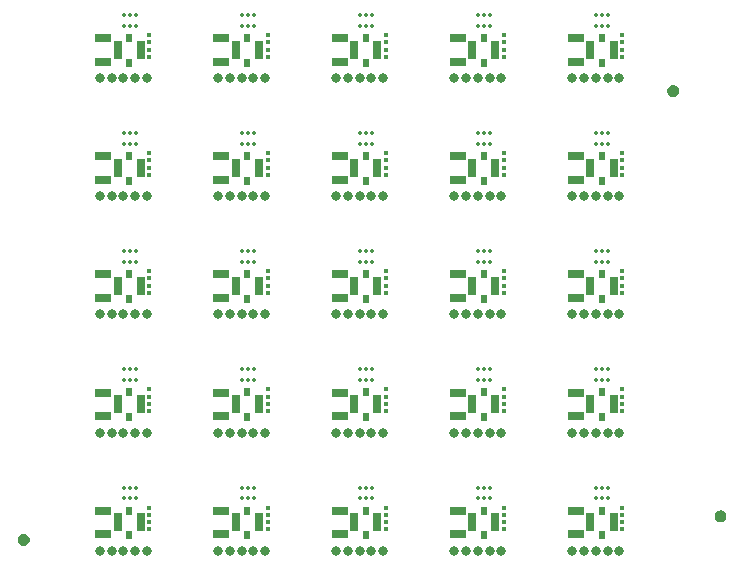
<source format=gts>
G75*
%MOIN*%
%OFA0B0*%
%FSLAX25Y25*%
%IPPOS*%
%LPD*%
%AMOC8*
5,1,8,0,0,1.08239X$1,22.5*
%
%ADD10C,0.01381*%
%ADD11R,0.05318X0.02956*%
%ADD12R,0.02169X0.02956*%
%ADD13R,0.02562X0.06106*%
%ADD14R,0.02169X0.02562*%
%ADD15C,0.01969*%
%ADD16R,0.01775X0.01381*%
%ADD17C,0.03153*%
D10*
X0058087Y0058283D03*
X0060055Y0058283D03*
X0062024Y0058283D03*
X0062024Y0061827D03*
X0060055Y0061827D03*
X0058087Y0061827D03*
X0058087Y0097654D03*
X0060055Y0097654D03*
X0062024Y0097654D03*
X0062024Y0101197D03*
X0060055Y0101197D03*
X0058087Y0101197D03*
X0058087Y0137024D03*
X0060055Y0137024D03*
X0062024Y0137024D03*
X0062024Y0140567D03*
X0060055Y0140567D03*
X0058087Y0140567D03*
X0058087Y0176394D03*
X0060055Y0176394D03*
X0062024Y0176394D03*
X0062024Y0179937D03*
X0060055Y0179937D03*
X0058087Y0179937D03*
X0058087Y0215764D03*
X0060055Y0215764D03*
X0062024Y0215764D03*
X0062024Y0219307D03*
X0060055Y0219307D03*
X0058087Y0219307D03*
X0097457Y0219307D03*
X0099425Y0219307D03*
X0101394Y0219307D03*
X0101394Y0215764D03*
X0099425Y0215764D03*
X0097457Y0215764D03*
X0097457Y0179937D03*
X0099425Y0179937D03*
X0101394Y0179937D03*
X0101394Y0176394D03*
X0099425Y0176394D03*
X0097457Y0176394D03*
X0097457Y0140567D03*
X0099425Y0140567D03*
X0101394Y0140567D03*
X0101394Y0137024D03*
X0099425Y0137024D03*
X0097457Y0137024D03*
X0097457Y0101197D03*
X0099425Y0101197D03*
X0101394Y0101197D03*
X0101394Y0097654D03*
X0099425Y0097654D03*
X0097457Y0097654D03*
X0097457Y0061827D03*
X0099425Y0061827D03*
X0101394Y0061827D03*
X0101394Y0058283D03*
X0099425Y0058283D03*
X0097457Y0058283D03*
X0136827Y0058283D03*
X0138795Y0058283D03*
X0140764Y0058283D03*
X0140764Y0061827D03*
X0138795Y0061827D03*
X0136827Y0061827D03*
X0136827Y0097654D03*
X0138795Y0097654D03*
X0140764Y0097654D03*
X0140764Y0101197D03*
X0138795Y0101197D03*
X0136827Y0101197D03*
X0136827Y0137024D03*
X0138795Y0137024D03*
X0140764Y0137024D03*
X0140764Y0140567D03*
X0138795Y0140567D03*
X0136827Y0140567D03*
X0136827Y0176394D03*
X0138795Y0176394D03*
X0140764Y0176394D03*
X0140764Y0179937D03*
X0138795Y0179937D03*
X0136827Y0179937D03*
X0136827Y0215764D03*
X0138795Y0215764D03*
X0140764Y0215764D03*
X0140764Y0219307D03*
X0138795Y0219307D03*
X0136827Y0219307D03*
X0176197Y0219307D03*
X0178165Y0219307D03*
X0180134Y0219307D03*
X0180134Y0215764D03*
X0178165Y0215764D03*
X0176197Y0215764D03*
X0176197Y0179937D03*
X0178165Y0179937D03*
X0180134Y0179937D03*
X0180134Y0176394D03*
X0178165Y0176394D03*
X0176197Y0176394D03*
X0176197Y0140567D03*
X0178165Y0140567D03*
X0180134Y0140567D03*
X0180134Y0137024D03*
X0178165Y0137024D03*
X0176197Y0137024D03*
X0176197Y0101197D03*
X0178165Y0101197D03*
X0180134Y0101197D03*
X0180134Y0097654D03*
X0178165Y0097654D03*
X0176197Y0097654D03*
X0176197Y0061827D03*
X0178165Y0061827D03*
X0180134Y0061827D03*
X0180134Y0058283D03*
X0178165Y0058283D03*
X0176197Y0058283D03*
X0215567Y0058283D03*
X0217535Y0058283D03*
X0219504Y0058283D03*
X0219504Y0061827D03*
X0217535Y0061827D03*
X0215567Y0061827D03*
X0215567Y0097654D03*
X0217535Y0097654D03*
X0219504Y0097654D03*
X0219504Y0101197D03*
X0217535Y0101197D03*
X0215567Y0101197D03*
X0215567Y0137024D03*
X0217535Y0137024D03*
X0219504Y0137024D03*
X0219504Y0140567D03*
X0217535Y0140567D03*
X0215567Y0140567D03*
X0215567Y0176394D03*
X0217535Y0176394D03*
X0219504Y0176394D03*
X0219504Y0179937D03*
X0217535Y0179937D03*
X0215567Y0179937D03*
X0215567Y0215764D03*
X0217535Y0215764D03*
X0219504Y0215764D03*
X0219504Y0219307D03*
X0217535Y0219307D03*
X0215567Y0219307D03*
D11*
X0208677Y0211591D03*
X0208677Y0203717D03*
X0208677Y0172220D03*
X0208677Y0164346D03*
X0208677Y0132850D03*
X0208677Y0124976D03*
X0208677Y0093480D03*
X0208677Y0085606D03*
X0208677Y0054110D03*
X0208677Y0046236D03*
X0169307Y0046236D03*
X0169307Y0054110D03*
X0169307Y0085606D03*
X0169307Y0093480D03*
X0169307Y0124976D03*
X0169307Y0132850D03*
X0169307Y0164346D03*
X0169307Y0172220D03*
X0169307Y0203717D03*
X0169307Y0211591D03*
X0129937Y0211591D03*
X0129937Y0203717D03*
X0129937Y0172220D03*
X0129937Y0164346D03*
X0129937Y0132850D03*
X0129937Y0124976D03*
X0129937Y0093480D03*
X0129937Y0085606D03*
X0129937Y0054110D03*
X0129937Y0046236D03*
X0090567Y0046236D03*
X0090567Y0054110D03*
X0090567Y0085606D03*
X0090567Y0093480D03*
X0090567Y0124976D03*
X0090567Y0132850D03*
X0090567Y0164346D03*
X0090567Y0172220D03*
X0090567Y0203717D03*
X0090567Y0211591D03*
X0051197Y0211591D03*
X0051197Y0203717D03*
X0051197Y0172220D03*
X0051197Y0164346D03*
X0051197Y0132850D03*
X0051197Y0124976D03*
X0051197Y0093480D03*
X0051197Y0085606D03*
X0051197Y0054110D03*
X0051197Y0046236D03*
D12*
X0059858Y0045882D03*
X0059858Y0085252D03*
X0099228Y0085252D03*
X0138598Y0085252D03*
X0138598Y0045882D03*
X0099228Y0045882D03*
X0177969Y0045882D03*
X0217339Y0045882D03*
X0217339Y0085252D03*
X0177969Y0085252D03*
X0177969Y0124622D03*
X0217339Y0124622D03*
X0217339Y0163992D03*
X0177969Y0163992D03*
X0138598Y0163992D03*
X0099228Y0163992D03*
X0059858Y0163992D03*
X0059858Y0124622D03*
X0099228Y0124622D03*
X0138598Y0124622D03*
X0138598Y0203362D03*
X0099228Y0203362D03*
X0059858Y0203362D03*
X0177969Y0203362D03*
X0217339Y0203362D03*
D13*
X0221276Y0207693D03*
X0213402Y0207693D03*
X0181906Y0207693D03*
X0174031Y0207693D03*
X0142535Y0207693D03*
X0134661Y0207693D03*
X0103165Y0207693D03*
X0095291Y0207693D03*
X0063795Y0207693D03*
X0055921Y0207693D03*
X0055921Y0168323D03*
X0063795Y0168323D03*
X0095291Y0168323D03*
X0103165Y0168323D03*
X0134661Y0168323D03*
X0142535Y0168323D03*
X0174031Y0168323D03*
X0181906Y0168323D03*
X0213402Y0168323D03*
X0221276Y0168323D03*
X0221276Y0128953D03*
X0213402Y0128953D03*
X0181906Y0128953D03*
X0174031Y0128953D03*
X0142535Y0128953D03*
X0134661Y0128953D03*
X0103165Y0128953D03*
X0095291Y0128953D03*
X0063795Y0128953D03*
X0055921Y0128953D03*
X0055921Y0089583D03*
X0063795Y0089583D03*
X0095291Y0089583D03*
X0103165Y0089583D03*
X0134661Y0089583D03*
X0142535Y0089583D03*
X0174031Y0089583D03*
X0181906Y0089583D03*
X0213402Y0089583D03*
X0221276Y0089583D03*
X0221276Y0050213D03*
X0213402Y0050213D03*
X0181906Y0050213D03*
X0174031Y0050213D03*
X0142535Y0050213D03*
X0134661Y0050213D03*
X0103165Y0050213D03*
X0095291Y0050213D03*
X0063795Y0050213D03*
X0055921Y0050213D03*
D14*
X0059858Y0054150D03*
X0059858Y0093520D03*
X0099228Y0093520D03*
X0138598Y0093520D03*
X0138598Y0054150D03*
X0099228Y0054150D03*
X0177969Y0054150D03*
X0217339Y0054150D03*
X0217339Y0093520D03*
X0177969Y0093520D03*
X0177969Y0132890D03*
X0217339Y0132890D03*
X0217339Y0172260D03*
X0177969Y0172260D03*
X0138598Y0172260D03*
X0099228Y0172260D03*
X0059858Y0172260D03*
X0059858Y0132890D03*
X0099228Y0132890D03*
X0138598Y0132890D03*
X0138598Y0211630D03*
X0099228Y0211630D03*
X0059858Y0211630D03*
X0177969Y0211630D03*
X0217339Y0211630D03*
D15*
X0023638Y0044307D02*
X0023640Y0044369D01*
X0023646Y0044432D01*
X0023656Y0044493D01*
X0023670Y0044554D01*
X0023687Y0044614D01*
X0023708Y0044673D01*
X0023734Y0044730D01*
X0023762Y0044785D01*
X0023794Y0044839D01*
X0023830Y0044890D01*
X0023868Y0044940D01*
X0023910Y0044986D01*
X0023954Y0045030D01*
X0024002Y0045071D01*
X0024051Y0045109D01*
X0024103Y0045143D01*
X0024157Y0045174D01*
X0024213Y0045202D01*
X0024271Y0045226D01*
X0024330Y0045247D01*
X0024390Y0045263D01*
X0024451Y0045276D01*
X0024513Y0045285D01*
X0024575Y0045290D01*
X0024638Y0045291D01*
X0024700Y0045288D01*
X0024762Y0045281D01*
X0024824Y0045270D01*
X0024884Y0045255D01*
X0024944Y0045237D01*
X0025002Y0045215D01*
X0025059Y0045189D01*
X0025114Y0045159D01*
X0025167Y0045126D01*
X0025218Y0045090D01*
X0025266Y0045051D01*
X0025312Y0045008D01*
X0025355Y0044963D01*
X0025395Y0044915D01*
X0025432Y0044865D01*
X0025466Y0044812D01*
X0025497Y0044758D01*
X0025523Y0044702D01*
X0025547Y0044644D01*
X0025566Y0044584D01*
X0025582Y0044524D01*
X0025594Y0044462D01*
X0025602Y0044401D01*
X0025606Y0044338D01*
X0025606Y0044276D01*
X0025602Y0044213D01*
X0025594Y0044152D01*
X0025582Y0044090D01*
X0025566Y0044030D01*
X0025547Y0043970D01*
X0025523Y0043912D01*
X0025497Y0043856D01*
X0025466Y0043802D01*
X0025432Y0043749D01*
X0025395Y0043699D01*
X0025355Y0043651D01*
X0025312Y0043606D01*
X0025266Y0043563D01*
X0025218Y0043524D01*
X0025167Y0043488D01*
X0025114Y0043455D01*
X0025059Y0043425D01*
X0025002Y0043399D01*
X0024944Y0043377D01*
X0024884Y0043359D01*
X0024824Y0043344D01*
X0024762Y0043333D01*
X0024700Y0043326D01*
X0024638Y0043323D01*
X0024575Y0043324D01*
X0024513Y0043329D01*
X0024451Y0043338D01*
X0024390Y0043351D01*
X0024330Y0043367D01*
X0024271Y0043388D01*
X0024213Y0043412D01*
X0024157Y0043440D01*
X0024103Y0043471D01*
X0024051Y0043505D01*
X0024002Y0043543D01*
X0023954Y0043584D01*
X0023910Y0043628D01*
X0023868Y0043674D01*
X0023830Y0043724D01*
X0023794Y0043775D01*
X0023762Y0043829D01*
X0023734Y0043884D01*
X0023708Y0043941D01*
X0023687Y0044000D01*
X0023670Y0044060D01*
X0023656Y0044121D01*
X0023646Y0044182D01*
X0023640Y0044245D01*
X0023638Y0044307D01*
X0240173Y0193913D02*
X0240175Y0193975D01*
X0240181Y0194038D01*
X0240191Y0194099D01*
X0240205Y0194160D01*
X0240222Y0194220D01*
X0240243Y0194279D01*
X0240269Y0194336D01*
X0240297Y0194391D01*
X0240329Y0194445D01*
X0240365Y0194496D01*
X0240403Y0194546D01*
X0240445Y0194592D01*
X0240489Y0194636D01*
X0240537Y0194677D01*
X0240586Y0194715D01*
X0240638Y0194749D01*
X0240692Y0194780D01*
X0240748Y0194808D01*
X0240806Y0194832D01*
X0240865Y0194853D01*
X0240925Y0194869D01*
X0240986Y0194882D01*
X0241048Y0194891D01*
X0241110Y0194896D01*
X0241173Y0194897D01*
X0241235Y0194894D01*
X0241297Y0194887D01*
X0241359Y0194876D01*
X0241419Y0194861D01*
X0241479Y0194843D01*
X0241537Y0194821D01*
X0241594Y0194795D01*
X0241649Y0194765D01*
X0241702Y0194732D01*
X0241753Y0194696D01*
X0241801Y0194657D01*
X0241847Y0194614D01*
X0241890Y0194569D01*
X0241930Y0194521D01*
X0241967Y0194471D01*
X0242001Y0194418D01*
X0242032Y0194364D01*
X0242058Y0194308D01*
X0242082Y0194250D01*
X0242101Y0194190D01*
X0242117Y0194130D01*
X0242129Y0194068D01*
X0242137Y0194007D01*
X0242141Y0193944D01*
X0242141Y0193882D01*
X0242137Y0193819D01*
X0242129Y0193758D01*
X0242117Y0193696D01*
X0242101Y0193636D01*
X0242082Y0193576D01*
X0242058Y0193518D01*
X0242032Y0193462D01*
X0242001Y0193408D01*
X0241967Y0193355D01*
X0241930Y0193305D01*
X0241890Y0193257D01*
X0241847Y0193212D01*
X0241801Y0193169D01*
X0241753Y0193130D01*
X0241702Y0193094D01*
X0241649Y0193061D01*
X0241594Y0193031D01*
X0241537Y0193005D01*
X0241479Y0192983D01*
X0241419Y0192965D01*
X0241359Y0192950D01*
X0241297Y0192939D01*
X0241235Y0192932D01*
X0241173Y0192929D01*
X0241110Y0192930D01*
X0241048Y0192935D01*
X0240986Y0192944D01*
X0240925Y0192957D01*
X0240865Y0192973D01*
X0240806Y0192994D01*
X0240748Y0193018D01*
X0240692Y0193046D01*
X0240638Y0193077D01*
X0240586Y0193111D01*
X0240537Y0193149D01*
X0240489Y0193190D01*
X0240445Y0193234D01*
X0240403Y0193280D01*
X0240365Y0193330D01*
X0240329Y0193381D01*
X0240297Y0193435D01*
X0240269Y0193490D01*
X0240243Y0193547D01*
X0240222Y0193606D01*
X0240205Y0193666D01*
X0240191Y0193727D01*
X0240181Y0193788D01*
X0240175Y0193851D01*
X0240173Y0193913D01*
X0255922Y0052181D02*
X0255924Y0052243D01*
X0255930Y0052306D01*
X0255940Y0052367D01*
X0255954Y0052428D01*
X0255971Y0052488D01*
X0255992Y0052547D01*
X0256018Y0052604D01*
X0256046Y0052659D01*
X0256078Y0052713D01*
X0256114Y0052764D01*
X0256152Y0052814D01*
X0256194Y0052860D01*
X0256238Y0052904D01*
X0256286Y0052945D01*
X0256335Y0052983D01*
X0256387Y0053017D01*
X0256441Y0053048D01*
X0256497Y0053076D01*
X0256555Y0053100D01*
X0256614Y0053121D01*
X0256674Y0053137D01*
X0256735Y0053150D01*
X0256797Y0053159D01*
X0256859Y0053164D01*
X0256922Y0053165D01*
X0256984Y0053162D01*
X0257046Y0053155D01*
X0257108Y0053144D01*
X0257168Y0053129D01*
X0257228Y0053111D01*
X0257286Y0053089D01*
X0257343Y0053063D01*
X0257398Y0053033D01*
X0257451Y0053000D01*
X0257502Y0052964D01*
X0257550Y0052925D01*
X0257596Y0052882D01*
X0257639Y0052837D01*
X0257679Y0052789D01*
X0257716Y0052739D01*
X0257750Y0052686D01*
X0257781Y0052632D01*
X0257807Y0052576D01*
X0257831Y0052518D01*
X0257850Y0052458D01*
X0257866Y0052398D01*
X0257878Y0052336D01*
X0257886Y0052275D01*
X0257890Y0052212D01*
X0257890Y0052150D01*
X0257886Y0052087D01*
X0257878Y0052026D01*
X0257866Y0051964D01*
X0257850Y0051904D01*
X0257831Y0051844D01*
X0257807Y0051786D01*
X0257781Y0051730D01*
X0257750Y0051676D01*
X0257716Y0051623D01*
X0257679Y0051573D01*
X0257639Y0051525D01*
X0257596Y0051480D01*
X0257550Y0051437D01*
X0257502Y0051398D01*
X0257451Y0051362D01*
X0257398Y0051329D01*
X0257343Y0051299D01*
X0257286Y0051273D01*
X0257228Y0051251D01*
X0257168Y0051233D01*
X0257108Y0051218D01*
X0257046Y0051207D01*
X0256984Y0051200D01*
X0256922Y0051197D01*
X0256859Y0051198D01*
X0256797Y0051203D01*
X0256735Y0051212D01*
X0256674Y0051225D01*
X0256614Y0051241D01*
X0256555Y0051262D01*
X0256497Y0051286D01*
X0256441Y0051314D01*
X0256387Y0051345D01*
X0256335Y0051379D01*
X0256286Y0051417D01*
X0256238Y0051458D01*
X0256194Y0051502D01*
X0256152Y0051548D01*
X0256114Y0051598D01*
X0256078Y0051649D01*
X0256046Y0051703D01*
X0256018Y0051758D01*
X0255992Y0051815D01*
X0255971Y0051874D01*
X0255954Y0051934D01*
X0255940Y0051995D01*
X0255930Y0052056D01*
X0255924Y0052119D01*
X0255922Y0052181D01*
D16*
X0224031Y0052772D03*
X0224031Y0055134D03*
X0224031Y0050213D03*
X0224031Y0047850D03*
X0184661Y0047850D03*
X0184661Y0050213D03*
X0184661Y0052772D03*
X0184661Y0055134D03*
X0184661Y0087220D03*
X0184661Y0089583D03*
X0184661Y0092142D03*
X0184661Y0094504D03*
X0184661Y0126591D03*
X0184661Y0128953D03*
X0184661Y0131512D03*
X0184661Y0133874D03*
X0184661Y0165961D03*
X0184661Y0168323D03*
X0184661Y0170882D03*
X0184661Y0173244D03*
X0184661Y0205331D03*
X0184661Y0207693D03*
X0184661Y0210252D03*
X0184661Y0212614D03*
X0145291Y0212614D03*
X0145291Y0210252D03*
X0145291Y0207693D03*
X0145291Y0205331D03*
X0145291Y0173244D03*
X0145291Y0170882D03*
X0145291Y0168323D03*
X0145291Y0165961D03*
X0145291Y0133874D03*
X0145291Y0131512D03*
X0145291Y0128953D03*
X0145291Y0126591D03*
X0145291Y0094504D03*
X0145291Y0092142D03*
X0145291Y0089583D03*
X0145291Y0087220D03*
X0145291Y0055134D03*
X0145291Y0052772D03*
X0145291Y0050213D03*
X0145291Y0047850D03*
X0105921Y0047850D03*
X0105921Y0050213D03*
X0105921Y0052772D03*
X0105921Y0055134D03*
X0105921Y0087220D03*
X0105921Y0089583D03*
X0105921Y0092142D03*
X0105921Y0094504D03*
X0105921Y0126591D03*
X0105921Y0128953D03*
X0105921Y0131512D03*
X0105921Y0133874D03*
X0105921Y0165961D03*
X0105921Y0168323D03*
X0105921Y0170882D03*
X0105921Y0173244D03*
X0105921Y0205331D03*
X0105921Y0207693D03*
X0105921Y0210252D03*
X0105921Y0212614D03*
X0066551Y0212614D03*
X0066551Y0210252D03*
X0066551Y0207693D03*
X0066551Y0205331D03*
X0066551Y0173244D03*
X0066551Y0170882D03*
X0066551Y0168323D03*
X0066551Y0165961D03*
X0066551Y0133874D03*
X0066551Y0131512D03*
X0066551Y0128953D03*
X0066551Y0126591D03*
X0066551Y0094504D03*
X0066551Y0092142D03*
X0066551Y0089583D03*
X0066551Y0087220D03*
X0066551Y0055134D03*
X0066551Y0052772D03*
X0066551Y0050213D03*
X0066551Y0047850D03*
X0224031Y0087220D03*
X0224031Y0089583D03*
X0224031Y0092142D03*
X0224031Y0094504D03*
X0224031Y0126591D03*
X0224031Y0128953D03*
X0224031Y0131512D03*
X0224031Y0133874D03*
X0224031Y0165961D03*
X0224031Y0168323D03*
X0224031Y0170882D03*
X0224031Y0173244D03*
X0224031Y0205331D03*
X0224031Y0207693D03*
X0224031Y0210252D03*
X0224031Y0212614D03*
D17*
X0223244Y0198244D03*
X0219307Y0198244D03*
X0215370Y0198244D03*
X0211433Y0198244D03*
X0207496Y0198244D03*
X0183874Y0198244D03*
X0179937Y0198244D03*
X0176000Y0198244D03*
X0172063Y0198244D03*
X0168126Y0198244D03*
X0144504Y0198244D03*
X0140567Y0198244D03*
X0136630Y0198244D03*
X0132693Y0198244D03*
X0128756Y0198244D03*
X0105134Y0198244D03*
X0101197Y0198244D03*
X0097260Y0198244D03*
X0093323Y0198244D03*
X0089386Y0198244D03*
X0065764Y0198244D03*
X0061827Y0198244D03*
X0057890Y0198244D03*
X0053953Y0198244D03*
X0050016Y0198244D03*
X0050016Y0158874D03*
X0053953Y0158874D03*
X0057890Y0158874D03*
X0061827Y0158874D03*
X0065764Y0158874D03*
X0089386Y0158874D03*
X0093323Y0158874D03*
X0097260Y0158874D03*
X0101197Y0158874D03*
X0105134Y0158874D03*
X0128756Y0158874D03*
X0132693Y0158874D03*
X0136630Y0158874D03*
X0140567Y0158874D03*
X0144504Y0158874D03*
X0168126Y0158874D03*
X0172063Y0158874D03*
X0176000Y0158874D03*
X0179937Y0158874D03*
X0183874Y0158874D03*
X0207496Y0158874D03*
X0211433Y0158874D03*
X0215370Y0158874D03*
X0219307Y0158874D03*
X0223244Y0158874D03*
X0223244Y0119504D03*
X0219307Y0119504D03*
X0215370Y0119504D03*
X0211433Y0119504D03*
X0207496Y0119504D03*
X0183874Y0119504D03*
X0179937Y0119504D03*
X0176000Y0119504D03*
X0172063Y0119504D03*
X0168126Y0119504D03*
X0144504Y0119504D03*
X0140567Y0119504D03*
X0136630Y0119504D03*
X0132693Y0119504D03*
X0128756Y0119504D03*
X0105134Y0119504D03*
X0101197Y0119504D03*
X0097260Y0119504D03*
X0093323Y0119504D03*
X0089386Y0119504D03*
X0065764Y0119504D03*
X0061827Y0119504D03*
X0057890Y0119504D03*
X0053953Y0119504D03*
X0050016Y0119504D03*
X0050016Y0080134D03*
X0053953Y0080134D03*
X0057890Y0080134D03*
X0061827Y0080134D03*
X0065764Y0080134D03*
X0089386Y0080134D03*
X0093323Y0080134D03*
X0097260Y0080134D03*
X0101197Y0080134D03*
X0105134Y0080134D03*
X0128756Y0080134D03*
X0132693Y0080134D03*
X0136630Y0080134D03*
X0140567Y0080134D03*
X0144504Y0080134D03*
X0168126Y0080134D03*
X0172063Y0080134D03*
X0176000Y0080134D03*
X0179937Y0080134D03*
X0183874Y0080134D03*
X0207496Y0080134D03*
X0211433Y0080134D03*
X0215370Y0080134D03*
X0219307Y0080134D03*
X0223244Y0080134D03*
X0223244Y0040764D03*
X0219307Y0040764D03*
X0215370Y0040764D03*
X0211433Y0040764D03*
X0207496Y0040764D03*
X0183874Y0040764D03*
X0179937Y0040764D03*
X0176000Y0040764D03*
X0172063Y0040764D03*
X0168126Y0040764D03*
X0144504Y0040764D03*
X0140567Y0040764D03*
X0136630Y0040764D03*
X0132693Y0040764D03*
X0128756Y0040764D03*
X0105134Y0040764D03*
X0101197Y0040764D03*
X0097260Y0040764D03*
X0093323Y0040764D03*
X0089386Y0040764D03*
X0065764Y0040764D03*
X0061827Y0040764D03*
X0057890Y0040764D03*
X0053953Y0040764D03*
X0050016Y0040764D03*
M02*

</source>
